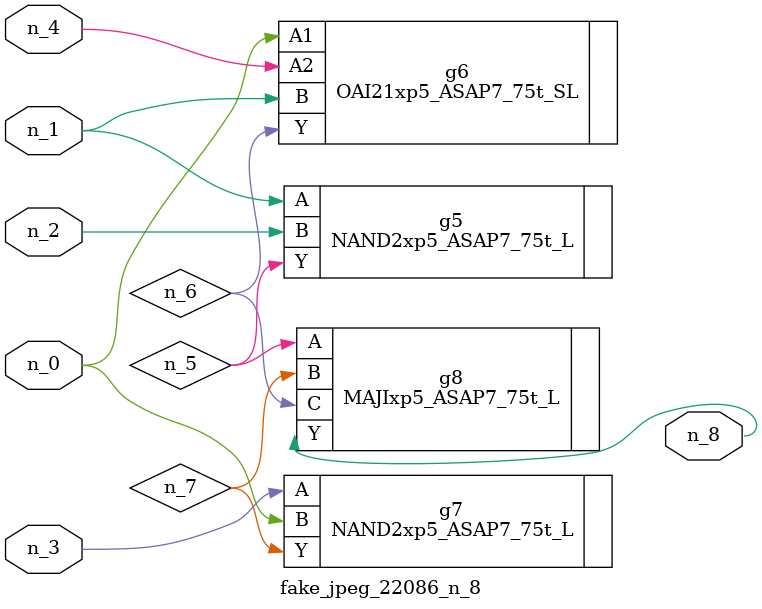
<source format=v>
module fake_jpeg_22086_n_8 (n_3, n_2, n_1, n_0, n_4, n_8);

input n_3;
input n_2;
input n_1;
input n_0;
input n_4;

output n_8;

wire n_6;
wire n_5;
wire n_7;

NAND2xp5_ASAP7_75t_L g5 ( 
.A(n_1),
.B(n_2),
.Y(n_5)
);

OAI21xp5_ASAP7_75t_SL g6 ( 
.A1(n_0),
.A2(n_4),
.B(n_1),
.Y(n_6)
);

NAND2xp5_ASAP7_75t_L g7 ( 
.A(n_3),
.B(n_0),
.Y(n_7)
);

MAJIxp5_ASAP7_75t_L g8 ( 
.A(n_5),
.B(n_7),
.C(n_6),
.Y(n_8)
);


endmodule
</source>
